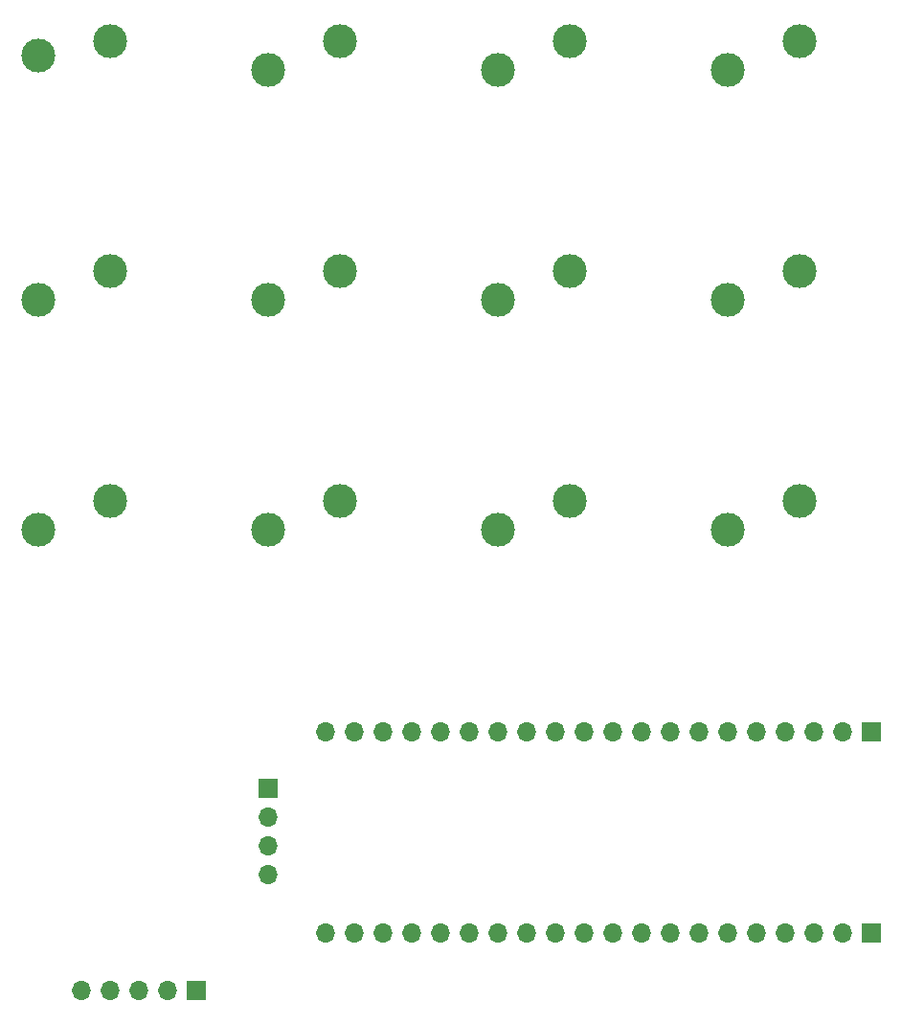
<source format=gbr>
%TF.GenerationSoftware,KiCad,Pcbnew,(6.0.5)*%
%TF.CreationDate,2022-05-29T20:54:02+08:00*%
%TF.ProjectId,keyboard,6b657962-6f61-4726-942e-6b696361645f,rev?*%
%TF.SameCoordinates,Original*%
%TF.FileFunction,Soldermask,Bot*%
%TF.FilePolarity,Negative*%
%FSLAX46Y46*%
G04 Gerber Fmt 4.6, Leading zero omitted, Abs format (unit mm)*
G04 Created by KiCad (PCBNEW (6.0.5)) date 2022-05-29 20:54:02*
%MOMM*%
%LPD*%
G01*
G04 APERTURE LIST*
%ADD10C,3.000000*%
%ADD11R,1.700000X1.700000*%
%ADD12O,1.700000X1.700000*%
G04 APERTURE END LIST*
D10*
%TO.C,*%
X100316608Y-79988890D03*
%TD*%
%TO.C,*%
X106680000Y-57150000D03*
%TD*%
%TO.C,*%
X127000000Y-77470000D03*
%TD*%
%TO.C,*%
X86360000Y-57150000D03*
%TD*%
%TO.C,*%
X120650000Y-59690000D03*
%TD*%
D11*
%TO.C,REF\u002A\u002A*%
X133350000Y-135915000D03*
D12*
X130810000Y-135915000D03*
X128270000Y-135915000D03*
X125730000Y-135915000D03*
X123190000Y-135915000D03*
X120650000Y-135915000D03*
X118110000Y-135915000D03*
X115570000Y-135915000D03*
X113030000Y-135915000D03*
X110490000Y-135915000D03*
X107950000Y-135915000D03*
X105410000Y-135915000D03*
X102870000Y-135915000D03*
X100330000Y-135915000D03*
X97790000Y-135915000D03*
X95250000Y-135915000D03*
X92710000Y-135915000D03*
X90170000Y-135915000D03*
X87630000Y-135915000D03*
X85090000Y-135915000D03*
%TD*%
D10*
%TO.C,*%
X80010000Y-80010000D03*
%TD*%
%TO.C,*%
X80010000Y-59690000D03*
%TD*%
%TO.C,*%
X100316608Y-59659281D03*
%TD*%
%TO.C,*%
X59690000Y-58420000D03*
%TD*%
%TO.C,*%
X120650000Y-100330000D03*
%TD*%
%TO.C,*%
X100316608Y-100318499D03*
%TD*%
%TO.C,*%
X66040000Y-77470000D03*
%TD*%
%TO.C,*%
X86360000Y-97790000D03*
%TD*%
%TO.C,*%
X66040000Y-97790000D03*
%TD*%
%TO.C,*%
X86340782Y-77460391D03*
%TD*%
%TO.C,*%
X80010000Y-100330000D03*
%TD*%
%TO.C,*%
X106680000Y-97790000D03*
%TD*%
%TO.C,*%
X59690000Y-80010000D03*
%TD*%
D11*
%TO.C,REF\u002A\u002A*%
X133320000Y-118135000D03*
D12*
X130780000Y-118135000D03*
X128240000Y-118135000D03*
X125700000Y-118135000D03*
X123160000Y-118135000D03*
X120620000Y-118135000D03*
X118080000Y-118135000D03*
X115540000Y-118135000D03*
X113000000Y-118135000D03*
X110460000Y-118135000D03*
X107920000Y-118135000D03*
X105380000Y-118135000D03*
X102840000Y-118135000D03*
X100300000Y-118135000D03*
X97760000Y-118135000D03*
X95220000Y-118135000D03*
X92680000Y-118135000D03*
X90140000Y-118135000D03*
X87600000Y-118135000D03*
X85060000Y-118135000D03*
%TD*%
D10*
%TO.C,*%
X106680000Y-77470000D03*
%TD*%
%TO.C,*%
X127000000Y-97790000D03*
%TD*%
%TO.C,*%
X120646217Y-79988890D03*
%TD*%
D11*
%TO.C,REF\u002A\u002A*%
X73660000Y-140995000D03*
D12*
X71120000Y-140995000D03*
X68580000Y-140995000D03*
X66040000Y-140995000D03*
X63500000Y-140995000D03*
%TD*%
D10*
%TO.C,*%
X66040000Y-57150000D03*
%TD*%
%TO.C,*%
X59690000Y-100330000D03*
%TD*%
%TO.C,*%
X127000000Y-57150000D03*
%TD*%
D11*
%TO.C,REF\u002A\u002A*%
X80010000Y-123200000D03*
D12*
X80010000Y-125740000D03*
X80010000Y-128280000D03*
X80010000Y-130820000D03*
%TD*%
M02*

</source>
